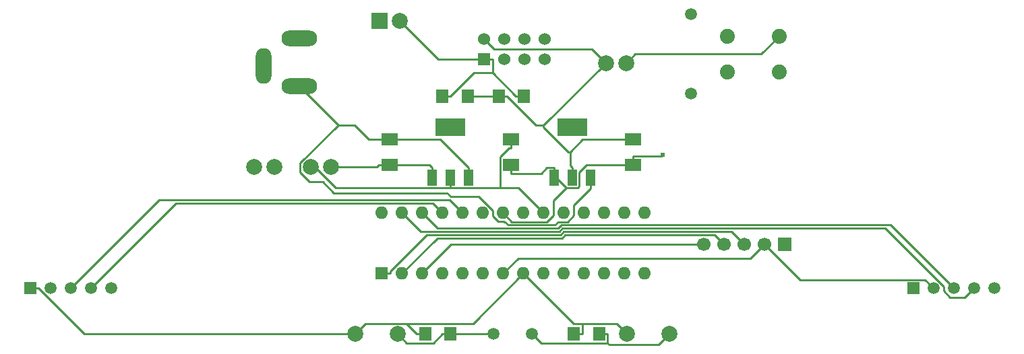
<source format=gtl>
G04 Layer: TopLayer*
G04 EasyEDA v6.5.23, 2023-06-02 23:09:48*
G04 d308aba9936446f186570843c5913f8e,38d8b063065d407b859bfb9f5f9b4720,10*
G04 Gerber Generator version 0.2*
G04 Scale: 100 percent, Rotated: No, Reflected: No *
G04 Dimensions in millimeters *
G04 leading zeros omitted , absolute positions ,4 integer and 5 decimal *
%FSLAX45Y45*%
%MOMM*%

%AMMACRO1*21,1,$1,$2,0,0,$3*%
%ADD10C,0.2540*%
%ADD11MACRO1,1.728X1.485X90.0000*%
%ADD12R,3.8000X2.3000*%
%ADD13R,1.2000X2.0000*%
%ADD14R,2.0000X1.6002*%
%ADD15R,1.7000X1.7000*%
%ADD16C,1.7000*%
%ADD17C,2.0000*%
%ADD18O,1.9999959999999999X4.499991*%
%ADD19O,4.499991X1.9999959999999999*%
%ADD20C,1.5000*%
%ADD21R,1.5080X1.5080*%
%ADD22C,1.5080*%
%ADD23R,2.0000X2.0000*%
%ADD24C,1.8796*%
%ADD25O,1.5999968X1.5999968*%
%ADD26R,1.6000X1.6000*%
%ADD27R,1.5240X1.5240*%
%ADD28C,1.5240*%
%ADD29C,0.6100*%
%ADD30C,0.0109*%

%LPD*%
D10*
X9491136Y6473456D02*
G01*
X9857125Y6839445D01*
X13030194Y6839445D01*
X9237136Y6473456D02*
G01*
X9682373Y6918693D01*
X11249375Y6918693D01*
X11288770Y6958088D01*
X13165551Y6958088D01*
X13284194Y6839445D01*
X9999136Y7235456D02*
G01*
X9837186Y7397407D01*
X6190889Y7397407D01*
X5079994Y6286512D01*
X9491136Y7235456D02*
G01*
X9685294Y7041299D01*
X11198550Y7041299D01*
X11239418Y7082167D01*
X15371439Y7082167D01*
X16167094Y6286512D01*
X9237136Y7235456D02*
G01*
X9472162Y7000430D01*
X11215491Y7000430D01*
X11254887Y7039825D01*
X15308803Y7039825D01*
X16040094Y6308534D01*
X16040094Y6253568D01*
X16121298Y6172365D01*
X16306947Y6172365D01*
X16421094Y6286512D01*
X9745136Y7235456D02*
G01*
X9624054Y7356538D01*
X6404020Y7356538D01*
X5333994Y6286512D01*
X10271907Y9423412D02*
G01*
X10398907Y9296412D01*
X11620494Y9296412D01*
X11798294Y9118612D01*
X10502793Y8705862D02*
G01*
X10553974Y8705862D01*
X10502793Y8705862D02*
G01*
X10451586Y8705862D01*
X10451586Y8705862D02*
G01*
X10065252Y8705862D01*
X11015187Y8335505D02*
G01*
X10924331Y8335505D01*
X10553974Y8705862D01*
X11015187Y8335505D02*
G01*
X11798294Y9118612D01*
X12141194Y8161007D02*
G01*
X11507083Y8161007D01*
X11350035Y8003959D01*
X11350035Y8003959D02*
G01*
X11324026Y8003959D01*
X11015187Y8312797D01*
X11015187Y8335505D01*
X11350035Y8003959D02*
G01*
X11350035Y7830604D01*
X11376019Y7804619D01*
X11376019Y7676502D02*
G01*
X11376019Y7804619D01*
X9845669Y7612443D02*
G01*
X9845669Y7548384D01*
X9845669Y7612443D02*
G01*
X9845669Y7676502D01*
X15913094Y6286512D02*
G01*
X15809564Y6390043D01*
X14241597Y6390043D01*
X13792194Y6839445D01*
X13792194Y6839445D02*
G01*
X13617163Y6664413D01*
X10698093Y6664413D01*
X10507136Y6473456D01*
X9845669Y7548384D02*
G01*
X10469417Y7548384D01*
X10469417Y7548384D02*
G01*
X10702208Y7548384D01*
X11015136Y7235456D01*
X10469417Y7548384D02*
G01*
X10469417Y7938477D01*
X10583819Y8052879D01*
X10610844Y8052879D01*
X10610844Y8161007D02*
G01*
X10610844Y8052879D01*
X9845669Y7548384D02*
G01*
X8409858Y7548384D01*
X8147730Y7810512D01*
X8089894Y7810512D01*
X10075666Y7676502D02*
G01*
X10075666Y7804619D01*
X9080494Y8161007D02*
G01*
X9719279Y8161007D01*
X10075666Y7804619D01*
X8438052Y8339874D02*
G01*
X7946588Y8831313D01*
X9080494Y8161007D02*
G01*
X8821389Y8161007D01*
X8642522Y8339874D01*
X8438052Y8339874D01*
X8438052Y8339874D02*
G01*
X7961066Y7862887D01*
X7961066Y7741780D01*
X8078871Y7623975D01*
X8247552Y7623975D01*
X8384153Y7487373D01*
X9805055Y7487373D01*
X9852400Y7440028D01*
X10201523Y7440028D01*
X10380187Y7261364D01*
X10380187Y7194334D01*
X10447192Y7127328D01*
X10518769Y7127328D01*
X10522986Y7123112D01*
X10534136Y7123112D01*
X10575081Y7082167D01*
X11161135Y7082167D01*
X11202029Y7123061D01*
X11317295Y7123061D01*
X11396187Y7201954D01*
X11396187Y7330605D01*
X11606016Y7540434D01*
X11606016Y7676502D01*
X8983136Y6473456D02*
G01*
X9091264Y6473456D01*
X9091264Y6473456D02*
G01*
X9091264Y6500507D01*
X9550318Y6959561D01*
X11232433Y6959561D01*
X11271829Y6998957D01*
X13378682Y6998957D01*
X13538194Y6839445D01*
X9181917Y5712980D02*
G01*
X9296445Y5598452D01*
X9630633Y5598452D01*
X9745162Y5712980D01*
X9847524Y5712980D02*
G01*
X9745162Y5712980D01*
X10385902Y5715012D02*
G01*
X9951918Y5715012D01*
X9949886Y5712980D01*
X9847524Y5712980D02*
G01*
X9949886Y5712980D01*
X11717675Y5712980D02*
G01*
X11820037Y5712980D01*
X11820037Y5598452D02*
G01*
X11820037Y5712980D01*
X10873887Y5715012D02*
G01*
X10990447Y5598452D01*
X11820037Y5598452D01*
X11820037Y5598452D02*
G01*
X11839823Y5578665D01*
X12463901Y5578665D01*
X12598217Y5712980D01*
X11399184Y5712980D02*
G01*
X11501546Y5712980D01*
X9529033Y5712980D02*
G01*
X9426671Y5712980D01*
X8343894Y7810512D02*
G01*
X8921871Y7810512D01*
X8952377Y7841018D01*
X10610844Y7732890D02*
G01*
X10986180Y7732890D01*
X11057910Y7804619D01*
X11146022Y7804619D01*
X9016436Y7841018D02*
G01*
X8952377Y7841018D01*
X9016436Y7841018D02*
G01*
X9080494Y7841018D01*
X9615672Y7676502D02*
G01*
X9615672Y7804619D01*
X10271907Y9169412D02*
G01*
X10376225Y9169412D01*
X10770102Y8705862D02*
G01*
X10667740Y8705862D01*
X11501546Y5838558D02*
G01*
X11501546Y5712980D01*
X11501546Y5838558D02*
G01*
X11939239Y5838558D01*
X12064817Y5712980D01*
X8648517Y5712980D02*
G01*
X8778031Y5842495D01*
X9297156Y5842495D01*
X9297156Y5842495D02*
G01*
X9426671Y5712980D01*
X10761136Y6473456D02*
G01*
X11396035Y5838558D01*
X11501546Y5838558D01*
X9297156Y5842495D02*
G01*
X10130175Y5842495D01*
X10761136Y6473456D01*
X10610844Y7841018D02*
G01*
X10610844Y7732890D01*
X9080494Y7841018D02*
G01*
X9579274Y7841018D01*
X9615672Y7804619D01*
X9746736Y8705862D02*
G01*
X9849124Y8705862D01*
X10376225Y8997378D02*
G01*
X10140640Y8997378D01*
X9849124Y8705862D01*
X10376225Y9169412D02*
G01*
X10376225Y8997378D01*
X10376225Y8997378D02*
G01*
X10667740Y8705862D01*
X4675525Y6286512D02*
G01*
X5249057Y5712980D01*
X8648517Y5712980D01*
X4571994Y6286512D02*
G01*
X4675525Y6286512D01*
X11146022Y7676502D02*
G01*
X11146022Y7730350D01*
X11146022Y7730350D02*
G01*
X11146022Y7804619D01*
X11300607Y7548384D02*
G01*
X11142187Y7389964D01*
X11142187Y7205027D01*
X11060221Y7123061D01*
X10619531Y7123061D01*
X10507136Y7235456D01*
X11146022Y7730350D02*
G01*
X11146022Y7702969D01*
X11300607Y7548384D01*
X11300607Y7548384D02*
G01*
X11447647Y7548384D01*
X11464157Y7564894D01*
X11464157Y7747165D01*
X11558010Y7841018D01*
X12141194Y7841018D01*
X13977614Y9458972D02*
G01*
X13751554Y9232912D01*
X12166594Y9232912D01*
X12052294Y9118612D01*
X9207494Y9652012D02*
G01*
X9690094Y9169412D01*
X10271907Y9169412D01*
X12141194Y7841018D02*
G01*
X12141194Y7949145D01*
X12509500Y7962900D02*
G01*
X12495745Y7949145D01*
X12141200Y7949145D01*
D11*
G01*
X10065250Y8705850D03*
G01*
X9746749Y8705850D03*
G01*
X10770100Y8705847D03*
G01*
X10451599Y8705847D03*
D12*
G01*
X11376025Y8311489D03*
D13*
G01*
X11376025Y7676489D03*
G01*
X11606022Y7676489D03*
G01*
X11146027Y7676489D03*
D12*
G01*
X9845675Y8311489D03*
D13*
G01*
X9845675Y7676489D03*
G01*
X10075672Y7676489D03*
G01*
X9615677Y7676489D03*
D14*
G01*
X12141200Y7841005D03*
G01*
X12141200Y8160994D03*
D11*
G01*
X9847534Y5712973D03*
G01*
X9529033Y5712973D03*
G01*
X11717682Y5712973D03*
G01*
X11399182Y5712973D03*
D14*
G01*
X9080500Y7841005D03*
G01*
X9080500Y8160994D03*
G01*
X10610850Y7841005D03*
G01*
X10610850Y8160994D03*
D15*
G01*
X14046200Y6839458D03*
D16*
G01*
X13792200Y6839458D03*
G01*
X13538200Y6839458D03*
G01*
X13284200Y6839458D03*
G01*
X13030200Y6839458D03*
D17*
G01*
X11798300Y9118600D03*
G01*
X12052300Y9118600D03*
D18*
G01*
X7496606Y9081312D03*
D19*
G01*
X7946593Y9431299D03*
G01*
X7946593Y8831300D03*
D20*
G01*
X12865100Y8732901D03*
G01*
X12865100Y9732899D03*
D21*
G01*
X15659100Y6286500D03*
D22*
G01*
X15913100Y6286500D03*
G01*
X16167100Y6286500D03*
G01*
X16421100Y6286500D03*
G01*
X16675100Y6286500D03*
D21*
G01*
X4572000Y6286500D03*
D22*
G01*
X4826000Y6286500D03*
G01*
X5080000Y6286500D03*
G01*
X5334000Y6286500D03*
G01*
X5588000Y6286500D03*
D23*
G01*
X8953500Y9652000D03*
D17*
G01*
X9207500Y9652000D03*
D24*
G01*
X13327379Y9458960D03*
G01*
X13977620Y9458960D03*
G01*
X13327379Y9006839D03*
G01*
X13977620Y9006839D03*
D25*
G01*
X9491141Y7235444D03*
G01*
X9745141Y7235444D03*
G01*
X9999141Y7235444D03*
G01*
X10253141Y7235444D03*
G01*
X10507141Y7235444D03*
G01*
X10761141Y7235444D03*
G01*
X11015141Y7235444D03*
G01*
X11015141Y6473444D03*
G01*
X9237141Y7235444D03*
G01*
X8983141Y7235444D03*
G01*
X10761141Y6473444D03*
G01*
X10507141Y6473444D03*
G01*
X10253141Y6473444D03*
G01*
X9999141Y6473444D03*
G01*
X9745141Y6473444D03*
G01*
X9491141Y6473444D03*
G01*
X9237141Y6473444D03*
D26*
G01*
X8983141Y6473444D03*
D25*
G01*
X11269141Y6473444D03*
G01*
X11523141Y6473444D03*
G01*
X11777141Y6473444D03*
G01*
X12031141Y6473444D03*
G01*
X12285141Y6473444D03*
G01*
X12285141Y7235444D03*
G01*
X12031141Y7235444D03*
G01*
X11777141Y7235444D03*
G01*
X11523141Y7235444D03*
G01*
X11269141Y7235444D03*
D20*
G01*
X10385907Y5715000D03*
G01*
X10873892Y5715000D03*
D27*
G01*
X10271912Y9169400D03*
D28*
G01*
X10271912Y9423400D03*
G01*
X10525912Y9169400D03*
G01*
X10525912Y9423400D03*
G01*
X10779912Y9169400D03*
G01*
X10779912Y9423400D03*
G01*
X11033912Y9169400D03*
G01*
X11033912Y9423400D03*
D17*
G01*
X7378700Y7810500D03*
G01*
X7632700Y7810500D03*
G01*
X8089900Y7810500D03*
G01*
X8343900Y7810500D03*
G01*
X8648522Y5712968D03*
G01*
X9181922Y5712968D03*
G01*
X12064822Y5712968D03*
G01*
X12598222Y5712968D03*
D29*
G01*
X12509500Y7962900D03*
M02*

</source>
